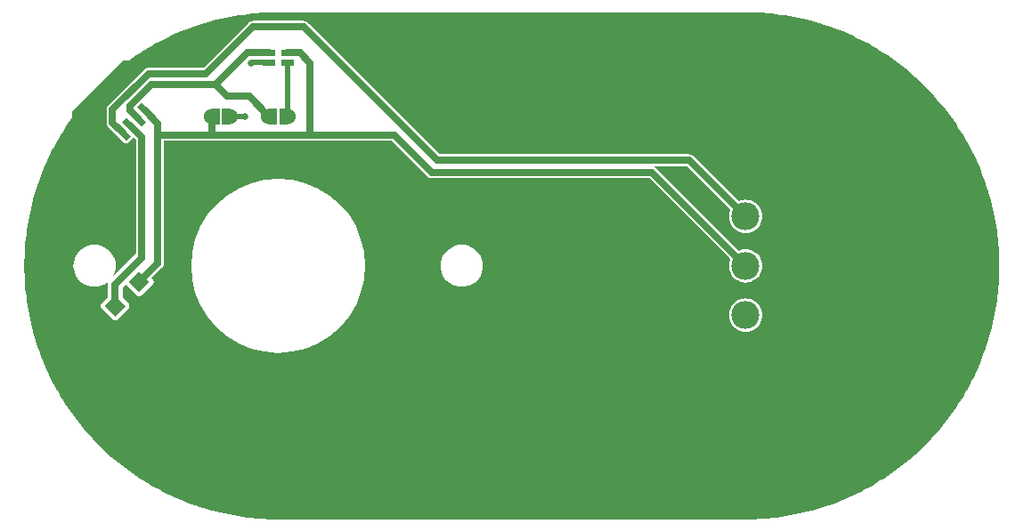
<source format=gbr>
G04 start of page 2 for group 0 idx 0 *
G04 Title: (unknown), component *
G04 Creator: pcb 4.0.2 *
G04 CreationDate: Mon Feb 22 17:58:46 2021 UTC *
G04 For: ndholmes *
G04 Format: Gerber/RS-274X *
G04 PCB-Dimensions (mil): 4500.00 2500.00 *
G04 PCB-Coordinate-Origin: lower left *
%MOIN*%
%FSLAX25Y25*%
%LNTOP*%
%ADD22C,0.0750*%
%ADD21C,0.0276*%
%ADD20C,0.6300*%
%ADD19C,0.0120*%
%ADD18C,0.0240*%
%ADD17C,0.1378*%
%ADD16C,0.0260*%
%ADD15C,0.0600*%
%ADD14C,0.1050*%
%ADD13C,0.0200*%
%ADD12C,0.0250*%
%ADD11C,0.0001*%
G54D11*G36*
X60000Y99000D02*X83500Y122500D01*
X90000Y116000D01*
X66500Y92500D01*
X60000Y99000D01*
G37*
G36*
X48000Y183000D02*X67000Y202000D01*
X71000D01*
X74500Y198500D01*
X51000Y175000D01*
X48000Y178000D01*
Y183000D01*
G37*
G36*
X193738Y190571D02*X194479Y189790D01*
X195599Y188567D01*
X196697Y187326D01*
X197774Y186065D01*
X198829Y184785D01*
X199861Y183488D01*
X200870Y182172D01*
X201857Y180840D01*
X202819Y179490D01*
X203759Y178123D01*
X204674Y176741D01*
X205565Y175342D01*
X206431Y173929D01*
X207272Y172500D01*
X208089Y171057D01*
X208880Y169600D01*
X209646Y168129D01*
X210333Y166750D01*
X193738D01*
Y190571D01*
G37*
G36*
Y157750D02*X214174D01*
X214271Y157492D01*
X214824Y155929D01*
X215350Y154357D01*
X215849Y152775D01*
X216320Y151186D01*
X216763Y149588D01*
X217178Y147983D01*
X217565Y146370D01*
X217924Y144752D01*
X218255Y143127D01*
X218557Y141497D01*
X218830Y139861D01*
X219075Y138221D01*
X219292Y136578D01*
X219480Y134930D01*
X219638Y133280D01*
X219769Y131627D01*
X219870Y129972D01*
X219942Y128315D01*
X219986Y126658D01*
X220000Y125000D01*
X219986Y123342D01*
X219942Y121685D01*
X219870Y120028D01*
X219769Y118373D01*
X219638Y116720D01*
X219480Y115070D01*
X219292Y113422D01*
X219075Y111779D01*
X218830Y110139D01*
X218557Y108503D01*
X218255Y106873D01*
X217924Y105248D01*
X217565Y103630D01*
X217178Y102017D01*
X216763Y100412D01*
X216320Y98814D01*
X215849Y97225D01*
X215350Y95643D01*
X214824Y94071D01*
X214271Y92508D01*
X213690Y90955D01*
X213082Y89412D01*
X212448Y87881D01*
X211787Y86360D01*
X211099Y84851D01*
X210385Y83355D01*
X209646Y81871D01*
X208880Y80400D01*
X208089Y78943D01*
X207272Y77500D01*
X206431Y76071D01*
X205565Y74658D01*
X204674Y73259D01*
X203759Y71877D01*
X202819Y70510D01*
X201857Y69160D01*
X200870Y67828D01*
X199861Y66512D01*
X198829Y65215D01*
X197774Y63935D01*
X196697Y62674D01*
X195599Y61433D01*
X194479Y60210D01*
X193738Y59429D01*
Y117087D01*
X193750Y117086D01*
X194988Y117183D01*
X196196Y117473D01*
X197343Y117948D01*
X198402Y118597D01*
X199346Y119404D01*
X200153Y120348D01*
X200802Y121407D01*
X201277Y122554D01*
X201567Y123762D01*
X201640Y125000D01*
X201567Y126238D01*
X201277Y127446D01*
X200802Y128593D01*
X200153Y129652D01*
X199346Y130596D01*
X198402Y131403D01*
X197343Y132052D01*
X196196Y132527D01*
X194988Y132817D01*
X193750Y132914D01*
X193738Y132913D01*
Y157750D01*
G37*
G36*
X124950Y220000D02*X125000Y220000D01*
X126658Y219986D01*
X128315Y219942D01*
X129972Y219870D01*
X131627Y219769D01*
X133280Y219638D01*
X134930Y219480D01*
X136578Y219292D01*
X138221Y219075D01*
X139861Y218830D01*
X141497Y218557D01*
X143127Y218255D01*
X144752Y217924D01*
X146370Y217565D01*
X147983Y217178D01*
X149588Y216763D01*
X151186Y216320D01*
X152775Y215849D01*
X154357Y215350D01*
X155929Y214824D01*
X157492Y214271D01*
X159045Y213690D01*
X160588Y213082D01*
X162119Y212448D01*
X163640Y211787D01*
X165149Y211099D01*
X166645Y210385D01*
X168129Y209646D01*
X169600Y208880D01*
X171057Y208089D01*
X172500Y207272D01*
X173929Y206431D01*
X175342Y205565D01*
X176741Y204674D01*
X178123Y203759D01*
X179490Y202819D01*
X180840Y201857D01*
X182172Y200870D01*
X183488Y199861D01*
X184785Y198829D01*
X186065Y197774D01*
X187326Y196697D01*
X188567Y195599D01*
X189790Y194479D01*
X190993Y193337D01*
X192175Y192175D01*
X193337Y190993D01*
X193738Y190571D01*
Y166750D01*
X185432D01*
X136153Y216029D01*
X136096Y216096D01*
X135827Y216326D01*
X135827Y216326D01*
X135712Y216396D01*
X135525Y216511D01*
X135293Y216607D01*
X135197Y216646D01*
X134853Y216729D01*
X134500Y216757D01*
X134412Y216750D01*
X124950D01*
Y220000D01*
G37*
G36*
Y171750D02*X136912D01*
X137000Y171743D01*
X137088Y171750D01*
X167568D01*
X180847Y158471D01*
X180904Y158404D01*
X181173Y158174D01*
X181173Y158174D01*
X181361Y158059D01*
X181475Y157989D01*
X181803Y157854D01*
X182147Y157771D01*
X182147D01*
X182500Y157743D01*
X182588Y157750D01*
X193738D01*
Y132913D01*
X192512Y132817D01*
X191304Y132527D01*
X190157Y132052D01*
X189098Y131403D01*
X188154Y130596D01*
X187347Y129652D01*
X186698Y128593D01*
X186223Y127446D01*
X185933Y126238D01*
X185836Y125000D01*
X185933Y123762D01*
X186223Y122554D01*
X186698Y121407D01*
X187347Y120348D01*
X188154Y119404D01*
X189098Y118597D01*
X190157Y117948D01*
X191304Y117473D01*
X192512Y117183D01*
X193738Y117087D01*
Y59429D01*
X193337Y59007D01*
X192175Y57825D01*
X190993Y56663D01*
X189790Y55521D01*
X188567Y54401D01*
X187326Y53303D01*
X186065Y52226D01*
X184785Y51171D01*
X183488Y50139D01*
X182172Y49130D01*
X180840Y48143D01*
X179490Y47181D01*
X178123Y46241D01*
X176741Y45326D01*
X175342Y44435D01*
X173929Y43569D01*
X172500Y42728D01*
X171057Y41911D01*
X169600Y41120D01*
X168129Y40354D01*
X166645Y39615D01*
X165149Y38901D01*
X163640Y38213D01*
X162119Y37552D01*
X160588Y36918D01*
X159045Y36310D01*
X157492Y35729D01*
X155929Y35176D01*
X154357Y34650D01*
X152775Y34151D01*
X151186Y33680D01*
X149588Y33237D01*
X147983Y32822D01*
X146370Y32435D01*
X144752Y32076D01*
X143127Y31745D01*
X141497Y31443D01*
X139861Y31170D01*
X138221Y30925D01*
X136578Y30708D01*
X134930Y30520D01*
X133280Y30362D01*
X131627Y30231D01*
X129972Y30130D01*
X128315Y30058D01*
X126658Y30014D01*
X125000Y30000D01*
X124950Y30000D01*
Y92404D01*
X125000Y92400D01*
X130100Y92801D01*
X135074Y93995D01*
X139800Y95953D01*
X144162Y98626D01*
X148052Y101948D01*
X151374Y105838D01*
X154047Y110200D01*
X156005Y114926D01*
X157199Y119900D01*
X157500Y125000D01*
X157199Y130100D01*
X156005Y135074D01*
X154047Y139800D01*
X151374Y144162D01*
X148052Y148052D01*
X144162Y151374D01*
X139800Y154047D01*
X135074Y156005D01*
X130100Y157199D01*
X125000Y157600D01*
X124950Y157596D01*
Y171750D01*
G37*
G36*
X58992Y108889D02*X63065Y104835D01*
X63267Y104712D01*
X63485Y104621D01*
X63714Y104566D01*
X63950Y104548D01*
X64185Y104566D01*
X64415Y104621D01*
X64633Y104712D01*
X64834Y104835D01*
X65010Y104992D01*
X69070Y109071D01*
X69193Y109272D01*
X69284Y109490D01*
X69339Y109720D01*
X69357Y109955D01*
X69339Y110190D01*
X69284Y110420D01*
X69193Y110638D01*
X69070Y110840D01*
X68913Y111016D01*
X66702Y113216D01*
Y116813D01*
X67939Y118050D01*
X68039Y117937D01*
X72113Y113883D01*
X72314Y113759D01*
X72532Y113669D01*
X72762Y113614D01*
X72997Y113595D01*
X73233Y113614D01*
X73462Y113669D01*
X73680Y113759D01*
X73882Y113883D01*
X74058Y114039D01*
X78117Y118118D01*
X78241Y118320D01*
X78331Y118538D01*
X78386Y118767D01*
X78405Y119003D01*
X78386Y119238D01*
X78331Y119468D01*
X78241Y119686D01*
X78117Y119887D01*
X77961Y120063D01*
X77602Y120420D01*
X81529Y124347D01*
X81596Y124404D01*
X81826Y124673D01*
X81826Y124673D01*
X82011Y124975D01*
X82146Y125303D01*
X82229Y125647D01*
X82257Y126000D01*
X82250Y126088D01*
Y171750D01*
X100012D01*
X100100Y171743D01*
X100188Y171750D01*
X124950D01*
Y157596D01*
X119900Y157199D01*
X114926Y156005D01*
X110200Y154047D01*
X105838Y151374D01*
X101948Y148052D01*
X98626Y144162D01*
X95953Y139800D01*
X93995Y135074D01*
X92801Y130100D01*
X92400Y125000D01*
X92801Y119900D01*
X93995Y114926D01*
X95953Y110200D01*
X98626Y105838D01*
X101948Y101948D01*
X105838Y98626D01*
X110200Y95953D01*
X114926Y93995D01*
X119900Y92801D01*
X124950Y92404D01*
Y30000D01*
X123342Y30014D01*
X121685Y30058D01*
X120028Y30130D01*
X118373Y30231D01*
X116720Y30362D01*
X115070Y30520D01*
X113422Y30708D01*
X111779Y30925D01*
X110139Y31170D01*
X108503Y31443D01*
X106873Y31745D01*
X105248Y32076D01*
X103630Y32435D01*
X102017Y32822D01*
X100412Y33237D01*
X98814Y33680D01*
X97225Y34151D01*
X95643Y34650D01*
X94071Y35176D01*
X92508Y35729D01*
X90955Y36310D01*
X89412Y36918D01*
X87881Y37552D01*
X86360Y38213D01*
X84851Y38901D01*
X83355Y39615D01*
X81871Y40354D01*
X80400Y41120D01*
X78943Y41911D01*
X77500Y42728D01*
X76071Y43569D01*
X74658Y44435D01*
X73259Y45326D01*
X71877Y46241D01*
X70510Y47181D01*
X69160Y48143D01*
X67828Y49130D01*
X66512Y50139D01*
X65215Y51171D01*
X63935Y52226D01*
X62674Y53303D01*
X61433Y54401D01*
X60210Y55521D01*
X59007Y56663D01*
X57825Y57825D01*
X56663Y59007D01*
X55521Y60210D01*
X54401Y61433D01*
X53303Y62674D01*
X52226Y63935D01*
X51171Y65215D01*
X50139Y66512D01*
X49130Y67828D01*
X48143Y69160D01*
X47181Y70510D01*
X46241Y71877D01*
X45326Y73259D01*
X44435Y74658D01*
X43569Y76071D01*
X42728Y77500D01*
X41911Y78943D01*
X41120Y80400D01*
X40354Y81871D01*
X39615Y83355D01*
X38901Y84851D01*
X38213Y86360D01*
X37552Y87881D01*
X36918Y89412D01*
X36310Y90955D01*
X35729Y92508D01*
X35176Y94071D01*
X34650Y95643D01*
X34151Y97225D01*
X33680Y98814D01*
X33237Y100412D01*
X32822Y102017D01*
X32435Y103630D01*
X32076Y105248D01*
X31745Y106873D01*
X31443Y108503D01*
X31170Y110139D01*
X30925Y111779D01*
X30708Y113422D01*
X30520Y115070D01*
X30362Y116720D01*
X30231Y118373D01*
X30130Y120028D01*
X30058Y121685D01*
X30014Y123342D01*
X30000Y125000D01*
X30014Y126658D01*
X30058Y128315D01*
X30130Y129972D01*
X30231Y131627D01*
X30362Y133280D01*
X30520Y134930D01*
X30708Y136578D01*
X30925Y138221D01*
X31170Y139861D01*
X31443Y141497D01*
X31745Y143127D01*
X32076Y144752D01*
X32435Y146370D01*
X32822Y147983D01*
X33237Y149588D01*
X33680Y151186D01*
X34151Y152775D01*
X34650Y154357D01*
X35176Y155929D01*
X35729Y157492D01*
X36310Y159045D01*
X36918Y160588D01*
X37552Y162119D01*
X38213Y163640D01*
X38901Y165149D01*
X39615Y166645D01*
X40354Y168129D01*
X41120Y169600D01*
X41911Y171057D01*
X42728Y172500D01*
X43569Y173929D01*
X44435Y175342D01*
X45326Y176741D01*
X46241Y178123D01*
X47181Y179490D01*
X48143Y180840D01*
X49130Y182172D01*
X50139Y183488D01*
X51171Y184785D01*
X52226Y186065D01*
X53303Y187326D01*
X54401Y188567D01*
X55521Y189790D01*
X56663Y190993D01*
X57825Y192175D01*
X59007Y193337D01*
X60210Y194479D01*
X61433Y195599D01*
X62674Y196697D01*
X63935Y197774D01*
X65215Y198829D01*
X66512Y199861D01*
X67828Y200870D01*
X69160Y201857D01*
X70510Y202819D01*
X71877Y203759D01*
X73259Y204674D01*
X74658Y205565D01*
X76071Y206431D01*
X77500Y207272D01*
X78943Y208089D01*
X80400Y208880D01*
X81871Y209646D01*
X83355Y210385D01*
X84851Y211099D01*
X86360Y211787D01*
X87881Y212448D01*
X89412Y213082D01*
X90955Y213690D01*
X92508Y214271D01*
X94071Y214824D01*
X95643Y215350D01*
X97225Y215849D01*
X98814Y216320D01*
X100412Y216763D01*
X102017Y217178D01*
X103630Y217565D01*
X105248Y217924D01*
X106873Y218255D01*
X108503Y218557D01*
X110139Y218830D01*
X111779Y219075D01*
X113422Y219292D01*
X115070Y219480D01*
X116720Y219638D01*
X118373Y219769D01*
X120028Y219870D01*
X121685Y219942D01*
X123342Y219986D01*
X124950Y220000D01*
Y216750D01*
X115588D01*
X115500Y216757D01*
X115147Y216729D01*
X114803Y216646D01*
X114475Y216511D01*
X114173Y216326D01*
X114173Y216326D01*
X113904Y216096D01*
X113847Y216029D01*
X97068Y199250D01*
X76588D01*
X76500Y199257D01*
X76147Y199229D01*
X75803Y199146D01*
X75475Y199011D01*
X75173Y198826D01*
X75173Y198826D01*
X74904Y198596D01*
X74847Y198529D01*
X61471Y185153D01*
X61404Y185096D01*
X61174Y184827D01*
X60989Y184525D01*
X60854Y184197D01*
X60771Y183853D01*
X60771Y183853D01*
X60743Y183500D01*
X60750Y183412D01*
Y178737D01*
X60743Y178649D01*
X60771Y178295D01*
X60771Y178295D01*
X60771Y178295D01*
X60804Y178157D01*
X60853Y177951D01*
X60854Y177951D01*
X60854Y177951D01*
X60935Y177754D01*
X60989Y177624D01*
X60989Y177624D01*
X60989Y177624D01*
X61087Y177464D01*
X61174Y177322D01*
X61174Y177322D01*
X61174Y177322D01*
X61404Y177053D01*
X61471Y176995D01*
X65233Y173233D01*
X65497Y172998D01*
X65694Y172878D01*
X67557Y171020D01*
X67691Y170938D01*
X67836Y170878D01*
X67990Y170841D01*
X68146Y170829D01*
X68303Y170841D01*
X68456Y170878D01*
X68602Y170938D01*
X68736Y171020D01*
X68854Y171125D01*
X70628Y172912D01*
X70710Y173047D01*
X70771Y173192D01*
X70784Y173250D01*
X71750Y172284D01*
Y129639D01*
X62959Y120848D01*
X63302Y121407D01*
X63777Y122554D01*
X64067Y123762D01*
X64140Y125000D01*
X64067Y126238D01*
X63777Y127446D01*
X63302Y128593D01*
X62653Y129652D01*
X61846Y130596D01*
X60902Y131403D01*
X59843Y132052D01*
X58696Y132527D01*
X57488Y132817D01*
X56250Y132914D01*
X55012Y132817D01*
X53804Y132527D01*
X52657Y132052D01*
X51598Y131403D01*
X50654Y130596D01*
X49847Y129652D01*
X49198Y128593D01*
X48723Y127446D01*
X48433Y126238D01*
X48336Y125000D01*
X48433Y123762D01*
X48723Y122554D01*
X49198Y121407D01*
X49847Y120348D01*
X50654Y119404D01*
X51598Y118597D01*
X52657Y117948D01*
X53804Y117473D01*
X55012Y117183D01*
X56250Y117086D01*
X57488Y117183D01*
X58696Y117473D01*
X59843Y117948D01*
X60902Y118597D01*
X61430Y119048D01*
X61329Y118805D01*
X61228Y118384D01*
X61194Y117952D01*
X61202Y117845D01*
Y113213D01*
X58835Y110834D01*
X58712Y110633D01*
X58621Y110415D01*
X58566Y110185D01*
X58548Y109950D01*
X58566Y109714D01*
X58621Y109485D01*
X58712Y109267D01*
X58835Y109065D01*
X58992Y108889D01*
G37*
G36*
X394986Y123342D02*X394942Y121685D01*
X394870Y120028D01*
X394769Y118373D01*
X394638Y116720D01*
X394480Y115070D01*
X394292Y113422D01*
X394075Y111779D01*
X393830Y110139D01*
X393557Y108503D01*
X393255Y106873D01*
X392924Y105248D01*
X392565Y103630D01*
X392178Y102017D01*
X391763Y100412D01*
X391320Y98814D01*
X390849Y97225D01*
X390350Y95643D01*
X389824Y94071D01*
X389271Y92508D01*
X388690Y90955D01*
X388082Y89412D01*
X387448Y87881D01*
X386787Y86360D01*
X386099Y84851D01*
X385385Y83355D01*
X384646Y81871D01*
X383880Y80400D01*
X383089Y78943D01*
X382272Y77500D01*
X381431Y76071D01*
X380565Y74658D01*
X379674Y73259D01*
X378759Y71877D01*
X377819Y70510D01*
X376857Y69160D01*
X375870Y67828D01*
X374861Y66512D01*
X373829Y65215D01*
X372774Y63935D01*
X371697Y62674D01*
X370599Y61433D01*
X369479Y60210D01*
X368337Y59007D01*
X367175Y57825D01*
X365993Y56663D01*
X364790Y55521D01*
X363567Y54401D01*
X362326Y53303D01*
X361065Y52226D01*
X359785Y51171D01*
X358488Y50139D01*
X357172Y49130D01*
X355840Y48143D01*
X354490Y47181D01*
X353123Y46241D01*
X351741Y45326D01*
X350342Y44435D01*
X348929Y43569D01*
X347500Y42728D01*
X346057Y41911D01*
X344600Y41120D01*
X343129Y40354D01*
X341645Y39615D01*
X340149Y38901D01*
X338640Y38213D01*
X337119Y37552D01*
X335588Y36918D01*
X334045Y36310D01*
X332492Y35729D01*
X330929Y35176D01*
X329357Y34650D01*
X327775Y34151D01*
X326186Y33680D01*
X324588Y33237D01*
X322983Y32822D01*
X321370Y32435D01*
X319752Y32076D01*
X318127Y31745D01*
X316497Y31443D01*
X314861Y31170D01*
X313221Y30925D01*
X311578Y30708D01*
X309930Y30520D01*
X308280Y30362D01*
X306627Y30231D01*
X304972Y30130D01*
X303315Y30058D01*
X301658Y30014D01*
X300000Y30000D01*
X299990Y30000D01*
Y100231D01*
X300000Y100231D01*
X300981Y100308D01*
X301937Y100538D01*
X302846Y100914D01*
X303685Y101428D01*
X304433Y102067D01*
X305072Y102815D01*
X305586Y103654D01*
X305962Y104563D01*
X306192Y105519D01*
X306250Y106500D01*
X306192Y107481D01*
X305962Y108437D01*
X305586Y109346D01*
X305072Y110185D01*
X304433Y110933D01*
X303685Y111572D01*
X302846Y112086D01*
X301937Y112462D01*
X300981Y112692D01*
X300000Y112769D01*
X299990Y112769D01*
Y118731D01*
X300000Y118731D01*
X300981Y118808D01*
X301937Y119038D01*
X302846Y119414D01*
X303685Y119928D01*
X304433Y120567D01*
X305072Y121315D01*
X305586Y122154D01*
X305962Y123063D01*
X306192Y124019D01*
X306250Y125000D01*
X306192Y125981D01*
X305962Y126937D01*
X305586Y127846D01*
X305072Y128685D01*
X304433Y129433D01*
X303685Y130072D01*
X302846Y130586D01*
X301937Y130962D01*
X300981Y131192D01*
X300000Y131269D01*
X299990Y131269D01*
Y137231D01*
X300000Y137231D01*
X300981Y137308D01*
X301937Y137538D01*
X302846Y137914D01*
X303685Y138428D01*
X304433Y139067D01*
X305072Y139815D01*
X305586Y140654D01*
X305962Y141563D01*
X306192Y142519D01*
X306250Y143500D01*
X306192Y144481D01*
X305962Y145437D01*
X305586Y146346D01*
X305072Y147185D01*
X304433Y147933D01*
X303685Y148572D01*
X302846Y149086D01*
X301937Y149462D01*
X300981Y149692D01*
X300000Y149769D01*
X299990Y149769D01*
Y220000D01*
X300000Y220000D01*
X301658Y219986D01*
X303315Y219942D01*
X304972Y219870D01*
X306627Y219769D01*
X308280Y219638D01*
X309930Y219480D01*
X311578Y219292D01*
X313221Y219075D01*
X314861Y218830D01*
X316497Y218557D01*
X318127Y218255D01*
X319752Y217924D01*
X321370Y217565D01*
X322983Y217178D01*
X324588Y216763D01*
X326186Y216320D01*
X327775Y215849D01*
X329357Y215350D01*
X330929Y214824D01*
X332492Y214271D01*
X334045Y213690D01*
X335588Y213082D01*
X337119Y212448D01*
X338640Y211787D01*
X340149Y211099D01*
X341645Y210385D01*
X343129Y209646D01*
X344600Y208880D01*
X346057Y208089D01*
X347500Y207272D01*
X348929Y206431D01*
X350342Y205565D01*
X351741Y204674D01*
X353123Y203759D01*
X354490Y202819D01*
X355840Y201857D01*
X357172Y200870D01*
X358488Y199861D01*
X359785Y198829D01*
X361065Y197774D01*
X362326Y196697D01*
X363567Y195599D01*
X364790Y194479D01*
X365993Y193337D01*
X367175Y192175D01*
X368337Y190993D01*
X369479Y189790D01*
X370599Y188567D01*
X371697Y187326D01*
X372774Y186065D01*
X373829Y184785D01*
X374861Y183488D01*
X375870Y182172D01*
X376857Y180840D01*
X377819Y179490D01*
X378759Y178123D01*
X379674Y176741D01*
X380565Y175342D01*
X381431Y173929D01*
X382272Y172500D01*
X383089Y171057D01*
X383880Y169600D01*
X384646Y168129D01*
X385385Y166645D01*
X386099Y165149D01*
X386787Y163640D01*
X387448Y162119D01*
X388082Y160588D01*
X388690Y159045D01*
X389271Y157492D01*
X389824Y155929D01*
X390350Y154357D01*
X390849Y152775D01*
X391320Y151186D01*
X391763Y149588D01*
X392178Y147983D01*
X392565Y146370D01*
X392924Y144752D01*
X393255Y143127D01*
X393557Y141497D01*
X393830Y139861D01*
X394075Y138221D01*
X394292Y136578D01*
X394480Y134930D01*
X394638Y133280D01*
X394769Y131627D01*
X394870Y129972D01*
X394942Y128315D01*
X394986Y126658D01*
X395000Y125000D01*
X394986Y123342D01*
G37*
G36*
X299990Y149769D02*X299019Y149692D01*
X298063Y149462D01*
X297466Y149215D01*
X280653Y166029D01*
X280596Y166096D01*
X280327Y166326D01*
X280327Y166326D01*
X280212Y166396D01*
X280025Y166511D01*
X279793Y166607D01*
X279697Y166646D01*
X279353Y166729D01*
X279000Y166757D01*
X278912Y166750D01*
X214667D01*
X215354Y168129D01*
X216120Y169600D01*
X216911Y171057D01*
X217728Y172500D01*
X218569Y173929D01*
X219435Y175342D01*
X220326Y176741D01*
X221241Y178123D01*
X222181Y179490D01*
X223143Y180840D01*
X224130Y182172D01*
X225139Y183488D01*
X226171Y184785D01*
X227226Y186065D01*
X228303Y187326D01*
X229401Y188567D01*
X230521Y189790D01*
X231663Y190993D01*
X232825Y192175D01*
X234007Y193337D01*
X235210Y194479D01*
X236433Y195599D01*
X237674Y196697D01*
X238935Y197774D01*
X240215Y198829D01*
X241512Y199861D01*
X242828Y200870D01*
X244160Y201857D01*
X245510Y202819D01*
X246877Y203759D01*
X248259Y204674D01*
X249658Y205565D01*
X251071Y206431D01*
X252500Y207272D01*
X253943Y208089D01*
X255400Y208880D01*
X256871Y209646D01*
X258355Y210385D01*
X259851Y211099D01*
X261360Y211787D01*
X262881Y212448D01*
X264412Y213082D01*
X265955Y213690D01*
X267508Y214271D01*
X269071Y214824D01*
X270643Y215350D01*
X272225Y215849D01*
X273814Y216320D01*
X275412Y216763D01*
X277017Y217178D01*
X278630Y217565D01*
X280248Y217924D01*
X281873Y218255D01*
X283503Y218557D01*
X285139Y218830D01*
X286779Y219075D01*
X288422Y219292D01*
X290070Y219480D01*
X291720Y219638D01*
X293373Y219769D01*
X295028Y219870D01*
X296685Y219942D01*
X298342Y219986D01*
X299990Y220000D01*
Y149769D01*
G37*
G36*
Y131269D02*X299019Y131192D01*
X298063Y130962D01*
X297466Y130715D01*
X266653Y161529D01*
X266596Y161596D01*
X266327Y161826D01*
X266327Y161826D01*
X266212Y161896D01*
X266025Y162011D01*
X265793Y162107D01*
X265697Y162146D01*
X265353Y162229D01*
X265088Y162250D01*
X278068D01*
X294285Y146034D01*
X294038Y145437D01*
X293808Y144481D01*
X293731Y143500D01*
X293808Y142519D01*
X294038Y141563D01*
X294414Y140654D01*
X294928Y139815D01*
X295567Y139067D01*
X296315Y138428D01*
X297154Y137914D01*
X298063Y137538D01*
X299019Y137308D01*
X299990Y137231D01*
Y131269D01*
G37*
G36*
Y30000D02*X298342Y30014D01*
X296685Y30058D01*
X295028Y30130D01*
X293373Y30231D01*
X291720Y30362D01*
X290070Y30520D01*
X288422Y30708D01*
X286779Y30925D01*
X285139Y31170D01*
X283503Y31443D01*
X281873Y31745D01*
X280248Y32076D01*
X278630Y32435D01*
X277017Y32822D01*
X275412Y33237D01*
X273814Y33680D01*
X272225Y34151D01*
X270643Y34650D01*
X269071Y35176D01*
X267508Y35729D01*
X265955Y36310D01*
X264412Y36918D01*
X262881Y37552D01*
X261360Y38213D01*
X259851Y38901D01*
X258355Y39615D01*
X256871Y40354D01*
X255400Y41120D01*
X253943Y41911D01*
X252500Y42728D01*
X251071Y43569D01*
X249658Y44435D01*
X248259Y45326D01*
X246877Y46241D01*
X245510Y47181D01*
X244160Y48143D01*
X242828Y49130D01*
X241512Y50139D01*
X240215Y51171D01*
X238935Y52226D01*
X237674Y53303D01*
X236433Y54401D01*
X235210Y55521D01*
X234007Y56663D01*
X232825Y57825D01*
X231663Y59007D01*
X230521Y60210D01*
X229401Y61433D01*
X228303Y62674D01*
X227226Y63935D01*
X226171Y65215D01*
X225139Y66512D01*
X224130Y67828D01*
X223143Y69160D01*
X222181Y70510D01*
X221241Y71877D01*
X220326Y73259D01*
X219435Y74658D01*
X218569Y76071D01*
X217728Y77500D01*
X216911Y78943D01*
X216120Y80400D01*
X215354Y81871D01*
X214615Y83355D01*
X213901Y84851D01*
X213213Y86360D01*
X212552Y87881D01*
X211918Y89412D01*
X211310Y90955D01*
X210729Y92508D01*
X210176Y94071D01*
X209650Y95643D01*
X209151Y97225D01*
X208680Y98814D01*
X208237Y100412D01*
X207822Y102017D01*
X207435Y103630D01*
X207076Y105248D01*
X206745Y106873D01*
X206443Y108503D01*
X206170Y110139D01*
X205925Y111779D01*
X205708Y113422D01*
X205520Y115070D01*
X205362Y116720D01*
X205231Y118373D01*
X205130Y120028D01*
X205058Y121685D01*
X205014Y123342D01*
X205000Y125000D01*
X205014Y126658D01*
X205058Y128315D01*
X205130Y129972D01*
X205231Y131627D01*
X205362Y133280D01*
X205520Y134930D01*
X205708Y136578D01*
X205925Y138221D01*
X206170Y139861D01*
X206443Y141497D01*
X206745Y143127D01*
X207076Y144752D01*
X207435Y146370D01*
X208237Y149588D01*
X208680Y151186D01*
X209151Y152775D01*
X209650Y154357D01*
X210176Y155929D01*
X210729Y157492D01*
X210826Y157750D01*
X264068D01*
X294285Y127534D01*
X294038Y126937D01*
X293808Y125981D01*
X293731Y125000D01*
X293808Y124019D01*
X294038Y123063D01*
X294414Y122154D01*
X294928Y121315D01*
X295567Y120567D01*
X296315Y119928D01*
X297154Y119414D01*
X298063Y119038D01*
X299019Y118808D01*
X299990Y118731D01*
Y112769D01*
X299019Y112692D01*
X298063Y112462D01*
X297154Y112086D01*
X296315Y111572D01*
X295567Y110933D01*
X294928Y110185D01*
X294414Y109346D01*
X294038Y108437D01*
X293808Y107481D01*
X293731Y106500D01*
X293808Y105519D01*
X294038Y104563D01*
X294414Y103654D01*
X294928Y102815D01*
X295567Y102067D01*
X296315Y101428D01*
X297154Y100914D01*
X298063Y100538D01*
X299019Y100308D01*
X299990Y100231D01*
Y30000D01*
G37*
G36*
X125000Y220000D02*X300000D01*
Y149769D01*
X299019Y149692D01*
X298063Y149462D01*
X297466Y149215D01*
X280653Y166029D01*
X280596Y166096D01*
X280327Y166326D01*
X280327Y166326D01*
X280212Y166396D01*
X280025Y166511D01*
X279793Y166607D01*
X279697Y166646D01*
X279353Y166729D01*
X279000Y166757D01*
X278912Y166750D01*
X185432D01*
X136153Y216029D01*
X136096Y216096D01*
X135827Y216326D01*
X135827Y216326D01*
X135712Y216396D01*
X135525Y216511D01*
X135293Y216607D01*
X135197Y216646D01*
X134853Y216729D01*
X134500Y216757D01*
X134412Y216750D01*
X125000D01*
Y220000D01*
G37*
G36*
X300000Y118731D02*Y112769D01*
X299019Y112692D01*
X298063Y112462D01*
X297154Y112086D01*
X296315Y111572D01*
X295567Y110933D01*
X294928Y110185D01*
X294414Y109346D01*
X294038Y108437D01*
X293808Y107481D01*
X293731Y106500D01*
X293808Y105519D01*
X294038Y104563D01*
X294414Y103654D01*
X294928Y102815D01*
X295567Y102067D01*
X296315Y101428D01*
X297154Y100914D01*
X298063Y100538D01*
X299019Y100308D01*
X300000Y100231D01*
Y30000D01*
X125000D01*
Y92400D01*
X130100Y92801D01*
X135074Y93995D01*
X139800Y95953D01*
X144162Y98626D01*
X148052Y101948D01*
X151374Y105838D01*
X154047Y110200D01*
X156005Y114926D01*
X157199Y119900D01*
X157500Y125000D01*
X185836D01*
X185933Y123762D01*
X186223Y122554D01*
X186698Y121407D01*
X187347Y120348D01*
X188154Y119404D01*
X189098Y118597D01*
X190157Y117948D01*
X191304Y117473D01*
X192512Y117183D01*
X193750Y117086D01*
X194988Y117183D01*
X196196Y117473D01*
X197343Y117948D01*
X198402Y118597D01*
X199346Y119404D01*
X200153Y120348D01*
X200802Y121407D01*
X201277Y122554D01*
X201567Y123762D01*
X201640Y125000D01*
X293731D01*
X293808Y124019D01*
X294038Y123063D01*
X294414Y122154D01*
X294928Y121315D01*
X295567Y120567D01*
X296315Y119928D01*
X297154Y119414D01*
X298063Y119038D01*
X299019Y118808D01*
X300000Y118731D01*
G37*
G54D12*X72392Y180392D02*X69500Y183284D01*
G54D13*X112500Y181000D02*X106900D01*
G54D12*X69500Y183284D02*Y185000D01*
X63000Y183500D02*X76500Y197000D01*
X98000D01*
X69500Y185000D02*X77500Y193000D01*
X100100Y181000D02*Y174000D01*
X98000Y197000D02*X115500Y214500D01*
X101500Y193000D02*X113370Y204870D01*
X121457D01*
G54D13*Y201130D02*X115000D01*
G54D12*X101500Y193000D02*X106000Y188500D01*
X114100D01*
X77500Y193000D02*X101500D01*
X115500Y214500D02*X134500D01*
X137000Y201000D02*Y174000D01*
Y201000D02*X133130Y204870D01*
X128543D01*
G54D13*X128500Y181000D02*Y201130D01*
G54D12*X114100Y188500D02*X121600Y181000D01*
X74000Y128000D02*X63952Y117952D01*
Y109952D01*
X73000Y119000D02*X80000Y126000D01*
X69608Y177608D02*X74000Y173216D01*
Y128000D01*
X80000Y126000D02*Y178352D01*
X75176Y183176D01*
X66824Y174824D02*X63000Y178648D01*
Y183500D01*
X168500Y174000D02*X80000D01*
X279000Y164500D02*X300000Y143500D01*
X279000Y164500D02*X184500D01*
X182500Y160000D02*X265000D01*
X168500Y174000D02*X182500Y160000D01*
X134500Y214500D02*X184500Y164500D01*
X265000Y160000D02*X300000Y125000D01*
G54D14*Y143500D03*
Y125000D03*
Y106500D03*
G54D11*G36*
X67853Y109955D02*X63955Y113853D01*
X60052Y109950D01*
X63950Y106052D01*
X67853Y109955D01*
G37*
G36*
X76900Y119003D02*X73003Y122900D01*
X69100Y118997D01*
X72997Y115100D01*
X76900Y119003D01*
G37*
G36*
X64787Y103549D02*X60333Y99095D01*
X66458Y92971D01*
X70912Y97425D01*
X64787Y103549D01*
G37*
G36*
X83161Y121923D02*X78707Y117469D01*
X84831Y111344D01*
X89286Y115798D01*
X83161Y121923D01*
G37*
G36*
X73854Y186168D02*X72183Y184498D01*
X76498Y180183D01*
X78168Y181854D01*
X73854Y186168D01*
G37*
G36*
X71070Y183384D02*X69399Y181714D01*
X73714Y177400D01*
X75384Y179070D01*
X71070Y183384D01*
G37*
G36*
X68286Y180601D02*X66616Y178930D01*
X70930Y174616D01*
X72600Y176286D01*
X68286Y180601D01*
G37*
G36*
X65502Y177817D02*X63832Y176146D01*
X68146Y171832D01*
X69817Y173502D01*
X65502Y177817D01*
G37*
G36*
X67172Y201758D02*X63832Y198418D01*
X68843Y193407D01*
X72183Y196747D01*
X67172Y201758D01*
G37*
G36*
X51582Y186168D02*X48242Y182828D01*
X53253Y177817D01*
X56593Y181157D01*
X51582Y186168D01*
G37*
G54D15*X121600Y181000D03*
G54D11*G36*
X124600Y184000D02*X121600D01*
Y178000D01*
X124600D01*
Y184000D01*
G37*
G54D15*X128400Y181000D03*
G54D11*G36*
Y184000D02*X125400D01*
Y178000D01*
X128400D01*
Y184000D01*
G37*
G54D15*X100100Y181000D03*
G54D11*G36*
X103100Y184000D02*X100100D01*
Y178000D01*
X103100D01*
Y184000D01*
G37*
G54D15*X106900Y181000D03*
G54D11*G36*
Y184000D02*X103900D01*
Y178000D01*
X106900D01*
Y184000D01*
G37*
G36*
X119094Y202311D02*Y199949D01*
X123819D01*
Y202311D01*
X119094D01*
G37*
G36*
X126181D02*Y199949D01*
X130906D01*
Y202311D01*
X126181D01*
G37*
G36*
Y206051D02*Y203689D01*
X130906D01*
Y206051D01*
X126181D01*
G37*
G36*
X119094D02*Y203689D01*
X123819D01*
Y206051D01*
X119094D01*
G37*
G54D16*X112500Y181000D03*
X115000Y201000D03*
G54D17*G54D12*G54D18*G54D19*G54D17*G54D20*G54D12*G54D18*G54D21*G54D22*M02*

</source>
